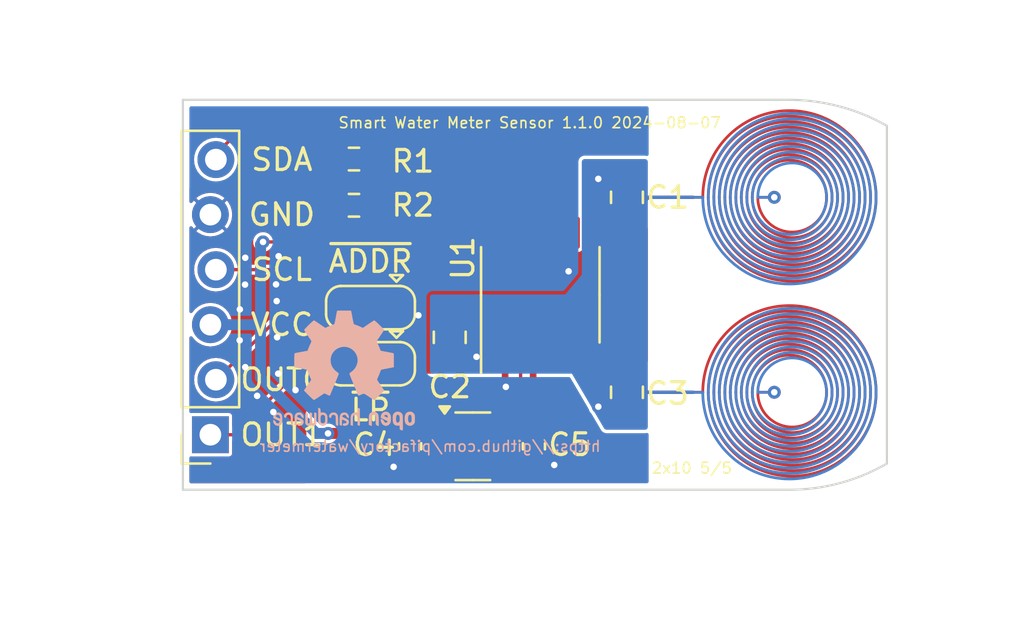
<source format=kicad_pcb>
(kicad_pcb (version 20240108) (generator "pcbnew") (generator_version "8.0")
  (title_block (title "${BOARD_NAME}") (date "${MOD_DATE}") (rev "${VERSION}"))
  (layers (0 "F.Cu" signal) (31 "B.Cu" signal) (34 "B.Paste" user) (35 "F.Paste" user) (36 "B.SilkS" user "B.Silkscreen") (37 "F.SilkS" user "F.Silkscreen") (38 "B.Mask" user) (39 "F.Mask" user) (44 "Edge.Cuts" user))
  (property "BOARD_NAME" "Smart Water Meter Sensor")
  (property "MOD_DATE" "2024-08-07")
  (property "VERSION" "1.1.0")
  (net 0 "")
  (net 1 "VCC")
  (net 2 "GND")
  (net 3 "/IN0")
  (net 4 "/COM")
  (net 5 "/IN1")
  (net 6 "+1V8")
  (net 7 "/OUT1")
  (net 8 "/OUT0")
  (net 9 "/SCL")
  (net 10 "/SDA")
  (net 11 "/LPWRB")
  (net 12 "/ADDR")
  (footprint "Capacitor_SMD:C_0805_2012Metric" (layer "F.Cu") (at 112.3188 92.964 90)
    (property "Reference" "C2" (at -2.286 0 180) (layer "F.SilkS"))
    (property "Value" "10nF")
    (pad "1" smd roundrect (at -0.95 0 90) (size 1 1.45) (layers "F.Cu" "F.Paste" "F.Mask") (net 4 "/COM"))
    (pad "2" smd roundrect (at 0.95 0 90) (size 1 1.45) (layers "F.Cu" "F.Paste" "F.Mask") (net 2 "GND"))
  )
  (footprint "Capacitor_SMD:C_0805_2012Metric" (layer "F.Cu") (at 120.5 95.5 -90)
    (property "Reference" "C3" (at 0.0548 -1.8772 180) (layer "F.SilkS"))
    (property "Value" "1nF")
    (pad "1" smd roundrect (at -0.95 0 270) (size 1 1.45) (layers "F.Cu" "F.Paste" "F.Mask") (net 5 "/IN1"))
    (pad "2" smd roundrect (at 0.95 0 270) (size 1 1.45) (layers "F.Cu" "F.Paste" "F.Mask") (net 4 "/COM"))
  )
  (footprint "Resistor_SMD:R_0603_1608Metric" (layer "F.Cu") (at 107.8992 86.868)
    (property "Reference" "R2" (at 2.7178 0 0) (layer "F.SilkS"))
    (property "Value" "30k")
    (pad "1" smd roundrect (at -0.825 0) (size 0.8 0.95) (layers "F.Cu" "F.Paste" "F.Mask") (net 1 "VCC"))
    (pad "2" smd roundrect (at 0.825 0) (size 0.8 0.95) (layers "F.Cu" "F.Paste" "F.Mask") (net 9 "/SCL"))
  )
  (footprint "Jumper:SolderJumper-3_P1.3mm_Bridged12_RoundedPad1.0x1.5mm" (layer "F.Cu") (at 108.6612 94.1832 180)
    (property "Reference" "JP2")
    (property "Value" "~{LP}" (at 0 -2.1336 0) (layer "F.SilkS"))
    (fp_poly (pts (xy -0.9 -0.3) (xy -0.4 -0.3) (xy -0.4 0.3) (xy -0.9 0.3)) (fill solid) (layer "F.Cu"))
    (pad "1" smd custom (at -1.3 0 180) (size 1 0.5) (layers "F.Cu" "F.Mask") (net 2 "GND") (options (clearance outline) (anchor rect)) (primitives (gr_circle (center 0 0.25) (end 0.5 0.25) (width 0) (fill yes)) (gr_circle (center 0 -0.25) (end 0.5 -0.25) (width 0) (fill yes)) (gr_poly (pts (xy 0.55 0.75) (xy 0 0.75) (xy 0 -0.75) (xy 0.55 -0.75)) (width 0) (fill yes))))
    (pad "2" smd rect (at 0 0 180) (size 1 1.5) (layers "F.Cu" "F.Mask") (net 11 "/LPWRB"))
    (pad "3" smd custom (at 1.3 0 180) (size 1 0.5) (layers "F.Cu" "F.Mask") (net 6 "+1V8") (options (clearance outline) (anchor rect)) (primitives (gr_circle (center 0 0.25) (end 0.5 0.25) (width 0) (fill yes)) (gr_circle (center 0 -0.25) (end 0.5 -0.25) (width 0) (fill yes)) (gr_poly (pts (xy 0 0.75) (xy -0.55 0.75) (xy -0.55 -0.75) (xy 0 -0.75)) (width 0) (fill yes))))
  )
  (footprint "Package_TO_SOT_SMD:TSOT-23-5" (layer "F.Cu") (at 113.3856 97.9932)
    (property "Reference" "U2" (hide yes))
    (property "Value" "AP7354-18W5" (hide yes))
    (pad "1" smd roundrect (at -1.1375 -0.95) (size 1.325 0.6) (layers "F.Cu" "F.Paste" "F.Mask") (net 1 "VCC"))
    (pad "2" smd roundrect (at -1.1375 0) (size 1.325 0.6) (layers "F.Cu" "F.Paste" "F.Mask") (net 2 "GND"))
    (pad "3" smd roundrect (at -1.1375 0.95) (size 1.325 0.6) (layers "F.Cu" "F.Paste" "F.Mask") (net 1 "VCC"))
    (pad "4" smd roundrect (at 1.1375 0.95) (size 1.325 0.6) (layers "F.Cu" "F.Paste" "F.Mask"))
    (pad "5" smd roundrect (at 1.1375 -0.95) (size 1.325 0.6) (layers "F.Cu" "F.Paste" "F.Mask") (net 6 "+1V8"))
  )
  (footprint "pcb_coils:pcb_coil_8mm_2Lx10T_5-5" (layer "F.Cu") (at 128 86.5)
    (property "Reference" "PXI1" (hide yes))
    (property "Value" "PCB coil")
    (fp_line (start -1.46 0) (end -0.7 0) (stroke (width 0.127)) (layer "F.Cu"))
    (fp_arc (start -4 0) (mid 0 -4) (end 4 0) (stroke (width 0.127)) (layer "F.Cu"))
    (fp_arc (start -3.746 0) (mid 0 -3.746) (end 3.746 0) (stroke (width 0.127)) (layer "F.Cu"))
    (fp_arc (start -3.492 0) (mid 0 -3.492) (end 3.492 0) (stroke (width 0.127)) (layer "F.Cu"))
    (fp_arc (start -3.238 0) (mid 0 -3.238) (end 3.238 0) (stroke (width 0.127)) (layer "F.Cu"))
    (fp_arc (start -2.984 0) (mid 0 -2.984) (end 2.984 0) (stroke (width 0.127)) (layer "F.Cu"))
    (fp_arc (start -2.73 0) (mid 0 -2.73) (end 2.73 0) (stroke (width 0.127)) (layer "F.Cu"))
    (fp_arc (start -2.476 0) (mid 0 -2.476) (end 2.476 0) (stroke (width 0.127)) (layer "F.Cu"))
    (fp_arc (start -2.222 0) (mid 0 -2.222) (end 2.222 0) (stroke (width 0.127)) (layer "F.Cu"))
    (fp_arc (start -1.968 0) (mid 0 -1.968) (end 1.968 0) (stroke (width 0.127)) (layer "F.Cu"))
    (fp_arc (start -1.714 0) (mid 0 -1.714) (end 1.714 0) (stroke (width 0.127)) (layer "F.Cu"))
    (fp_arc (start 1.714 0) (mid 0.127 1.607456) (end -1.46 0) (stroke (width 0.127)) (layer "F.Cu"))
    (fp_arc (start 1.968 0) (mid 0.127 1.858605) (end -1.714 0) (stroke (width 0.127)) (layer "F.Cu"))
    (fp_arc (start 2.222 0) (mid 0.127 2.110455) (end -1.968 0) (stroke (width 0.127)) (layer "F.Cu"))
    (fp_arc (start 2.476 0) (mid 0.127 2.362773) (end -2.222 0) (stroke (width 0.127)) (layer "F.Cu"))
    (fp_arc (start 2.73 0) (mid 0.127 2.615423) (end -2.476 0) (stroke (width 0.127)) (layer "F.Cu"))
    (fp_arc (start 2.984 0) (mid 0.127 2.868313) (end -2.73 0) (stroke (width 0.127)) (layer "F.Cu"))
    (fp_arc (start 3.238 0) (mid 0.127 3.121386) (end -2.984 0) (stroke (width 0.127)) (layer "F.Cu"))
    (fp_arc (start 3.492 0) (mid 0.127 3.3746) (end -3.238 0) (stroke (width 0.127)) (layer "F.Cu"))
    (fp_arc (start 3.746 0) (mid 0.127 3.627925) (end -3.492 0) (stroke (width 0.127)) (layer "F.Cu"))
    (fp_arc (start 4 0) (mid 0.127 3.881338) (end -3.746 0) (stroke (width 0.127)) (layer "F.Cu"))
    (fp_line (start -1.46 0) (end -0.7 0) (stroke (width 0.127)) (layer "B.Cu"))
    (fp_arc (start -3.746 0) (mid 0.127 -3.873) (end 4 0) (stroke (width 0.127)) (layer "B.Cu"))
    (fp_arc (start -3.492 0) (mid 0.127 -3.619) (end 3.746 0) (stroke (width 0.127)) (layer "B.Cu"))
    (fp_arc (start -3.238 0) (mid 0.127 -3.365) (end 3.492 0) (stroke (width 0.127)) (layer "B.Cu"))
    (fp_arc (start -2.984 0) (mid 0.127 -3.111) (end 3.238 0) (stroke (width 0.127)) (layer "B.Cu"))
    (fp_arc (start -2.73 0) (mid 0.127 -2.857) (end 2.984 0) (stroke (width 0.127)) (layer "B.Cu"))
    (fp_arc (start -2.476 0) (mid 0.127 -2.603) (end 2.73 0) (stroke (width 0.127)) (layer "B.Cu"))
    (fp_arc (start -2.222 0) (mid 0.127 -2.349) (end 2.476 0) (stroke (width 0.127)) (layer "B.Cu"))
    (fp_arc (start -1.968 0) (mid 0.127 -2.095) (end 2.222 0) (stroke (width 0.127)) (layer "B.Cu"))
    (fp_arc (start -1.714 0) (mid 0.127 -1.841) (end 1.968 0) (stroke (width 0.127)) (layer "B.Cu"))
    (fp_arc (start -1.46 0) (mid 0.127 -1.587) (end 1.714 0) (stroke (width 0.127)) (layer "B.Cu"))
    (fp_arc (start 1.714 0) (mid 0 1.714) (end -1.714 0) (stroke (width 0.127)) (layer "B.Cu"))
    (fp_arc (start 1.968 0) (mid 0 1.968) (end -1.968 0) (stroke (width 0.127)) (layer "B.Cu"))
    (fp_arc (start 2.222 0) (mid 0 2.222) (end -2.222 0) (stroke (width 0.127)) (layer "B.Cu"))
    (fp_arc (start 2.476 0) (mid 0 2.476) (end -2.476 0) (stroke (width 0.127)) (layer "B.Cu"))
    (fp_arc (start 2.73 0) (mid 0 2.73) (end -2.73 0) (stroke (width 0.127)) (layer "B.Cu"))
    (fp_arc (start 2.984 0) (mid 0 2.984) (end -2.984 0) (stroke (width 0.127)) (layer "B.Cu"))
    (fp_arc (start 3.238 0) (mid 0 3.238) (end -3.238 0) (stroke (width 0.127)) (layer "B.Cu"))
    (fp_arc (start 3.492 0) (mid 0 3.492) (end -3.492 0) (stroke (width 0.127)) (layer "B.Cu"))
    (fp_arc (start 3.746 0) (mid 0 3.746) (end -3.746 0) (stroke (width 0.127)) (layer "B.Cu"))
    (fp_arc (start 4 0) (mid 0 4) (end -4 0) (stroke (width 0.127)) (layer "B.Cu"))
    (pad "1" smd roundrect (at -4.4365 0) (size 1 0.127) (layers "B.Cu") (roundrect_rratio 0.5) (net 4 "/COM"))
    (pad "2" smd roundrect (at -4.4365 0) (size 1 0.127) (layers "F.Cu") (roundrect_rratio 0.5) (net 3 "/IN0"))
    (pad "3" thru_hole circle (at -0.7 0) (size 0.6 0.6) (drill 0.3) (layers "*.Cu" "*.Mask"))
    (zone (net 0) (net_name "") (layers "*.Cu") (name "MagneticField") (connect_pads (clearance 0)) (min_thickness 0.254)
      (keepout (tracks allowed) (vias allowed) (pads allowed) (copperpour not_allowed) (footprints not_allowed))
      (fill (thermal_gap 0.508) (thermal_bridge_width 0.508))
      (polygon (pts (xy 134.4 87.0037) (xy 134.2424 87.9987) (xy 133.9311 88.9567) (xy 133.4738 89.8543) (xy 132.8816 90.6693) (xy 132.1693 91.3816) (xy 131.3543 91.9738) (xy 130.4567 92.4311) (xy 129.4987 92.7424) (xy 128.5037 92.9) (xy 127.4963 92.9) (xy 126.5013 92.7424) (xy 125.5433 92.4311) (xy 124.6457 91.9738) (xy 123.8307 91.3816) (xy 123.1184 90.6693) (xy 122.5262 89.8543) (xy 122.0689 88.9567) (xy 121.7576 87.9987) (xy 121.6 87.0037) (xy 121.6 85.9963) (xy 121.7576 85.0013) (xy 122.0689 84.0433) (xy 122.5262 83.1457) (xy 123.1184 82.3307) (xy 123.8307 81.6184) (xy 124.6457 81.0262) (xy 125.5433 80.5689) (xy 126.5013 80.2576) (xy 127.4963 80.1) (xy 128.5037 80.1) (xy 129.4987 80.2576) (xy 130.4567 80.5689) (xy 131.3543 81.0262) (xy 132.1693 81.6184) (xy 132.8816 82.3307) (xy 133.4738 83.1457) (xy 133.9311 84.0433) (xy 134.2424 85.0013) (xy 134.4 85.9963)))
    )
  )
  (footprint "pcb_coils:pcb_coil_8mm_2Lx10T_5-5" (layer "F.Cu") (at 128 95.5)
    (property "Reference" "PXI2" (hide yes))
    (property "Value" "PCB coil")
    (fp_line (start -1.46 0) (end -0.7 0) (stroke (width 0.127)) (layer "F.Cu"))
    (fp_arc (start -4 0) (mid 0 -4) (end 4 0) (stroke (width 0.127)) (layer "F.Cu"))
    (fp_arc (start -3.746 0) (mid 0 -3.746) (end 3.746 0) (stroke (width 0.127)) (layer "F.Cu"))
    (fp_arc (start -3.492 0) (mid 0 -3.492) (end 3.492 0) (stroke (width 0.127)) (layer "F.Cu"))
    (fp_arc (start -3.238 0) (mid 0 -3.238) (end 3.238 0) (stroke (width 0.127)) (layer "F.Cu"))
    (fp_arc (start -2.984 0) (mid 0 -2.984) (end 2.984 0) (stroke (width 0.127)) (layer "F.Cu"))
    (fp_arc (start -2.73 0) (mid 0 -2.73) (end 2.73 0) (stroke (width 0.127)) (layer "F.Cu"))
    (fp_arc (start -2.476 0) (mid 0 -2.476) (end 2.476 0) (stroke (width 0.127)) (layer "F.Cu"))
    (fp_arc (start -2.222 0) (mid 0 -2.222) (end 2.222 0) (stroke (width 0.127)) (layer "F.Cu"))
    (fp_arc (start -1.968 0) (mid 0 -1.968) (end 1.968 0) (stroke (width 0.127)) (layer "F.Cu"))
    (fp_arc (start -1.714 0) (mid 0 -1.714) (end 1.714 0) (stroke (width 0.127)) (layer "F.Cu"))
    (fp_arc (start 1.714 0) (mid 0.127 1.607456) (end -1.46 0) (stroke (width 0.127)) (layer "F.Cu"))
    (fp_arc (start 1.968 0) (mid 0.127 1.858605) (end -1.714 0) (stroke (width 0.127)) (layer "F.Cu"))
    (fp_arc (start 2.222 0) (mid 0.127 2.110455) (end -1.968 0) (stroke (width 0.127)) (layer "F.Cu"))
    (fp_arc (start 2.476 0) (mid 0.127 2.362773) (end -2.222 0) (stroke (width 0.127)) (layer "F.Cu"))
    (fp_arc (start 2.73 0) (mid 0.127 2.615423) (end -2.476 0) (stroke (width 0.127)) (layer "F.Cu"))
    (fp_arc (start 2.984 0) (mid 0.127 2.868313) (end -2.73 0) (stroke (width 0.127)) (layer "F.Cu"))
    (fp_arc (start 3.238 0) (mid 0.127 3.121386) (end -2.984 0) (stroke (width 0.127)) (layer "F.Cu"))
    (fp_arc (start 3.492 0) (mid 0.127 3.3746) (end -3.238 0) (stroke (width 0.127)) (layer "F.Cu"))
    (fp_arc (start 3.746 0) (mid 0.127 3.627925) (end -3.492 0) (stroke (width 0.127)) (layer "F.Cu"))
    (fp_arc (start 4 0) (mid 0.127 3.881338) (end -3.746 0) (stroke (width 0.127)) (layer "F.Cu"))
    (fp_line (start -1.46 0) (end -0.7 0) (stroke (width 0.127)) (layer "B.Cu"))
    (fp_arc (start -3.746 0) (mid 0.127 -3.873) (end 4 0) (stroke (width 0.127)) (layer "B.Cu"))
    (fp_arc (start -3.492 0) (mid 0.127 -3.619) (end 3.746 0) (stroke (width 0.127)) (layer "B.Cu"))
    (fp_arc (start -3.238 0) (mid 0.127 -3.365) (end 3.492 0) (stroke (width 0.127)) (layer "B.Cu"))
    (fp_arc (start -2.984 0) (mid 0.127 -3.111) (end 3.238 0) (stroke (width 0.127)) (layer "B.Cu"))
    (fp_arc (start -2.73 0) (mid 0.127 -2.857) (end 2.984 0) (stroke (width 0.127)) (layer "B.Cu"))
    (fp_arc (start -2.476 0) (mid 0.127 -2.603) (end 2.73 0) (stroke (width 0.127)) (layer "B.Cu"))
    (fp_arc (start -2.222 0) (mid 0.127 -2.349) (end 2.476 0) (stroke (width 0.127)) (layer "B.Cu"))
    (fp_arc (start -1.968 0) (mid 0.127 -2.095) (end 2.222 0) (stroke (width 0.127)) (layer "B.Cu"))
    (fp_arc (start -1.714 0) (mid 0.127 -1.841) (end 1.968 0) (stroke (width 0.127)) (layer "B.Cu"))
    (fp_arc (start -1.46 0) (mid 0.127 -1.587) (end 1.714 0) (stroke (width 0.127)) (layer "B.Cu"))
    (fp_arc (start 1.714 0) (mid 0 1.714) (end -1.714 0) (stroke (width 0.127)) (layer "B.Cu"))
    (fp_arc (start 1.968 0) (mid 0 1.968) (end -1.968 0) (stroke (width 0.127)) (layer "B.Cu"))
    (fp_arc (start 2.222 0) (mid 0 2.222) (end -2.222 0) (stroke (width 0.127)) (layer "B.Cu"))
    (fp_arc (start 2.476 0) (mid 0 2.476) (end -2.476 0) (stroke (width 0.127)) (layer "B.Cu"))
    (fp_arc (start 2.73 0) (mid 0 2.73) (end -2.73 0) (stroke (width 0.127)) (layer "B.Cu"))
    (fp_arc (start 2.984 0) (mid 0 2.984) (end -2.984 0) (stroke (width 0.127)) (layer "B.Cu"))
    (fp_arc (start 3.238 0) (mid 0 3.238) (end -3.238 0) (stroke (width 0.127)) (layer "B.Cu"))
    (fp_arc (start 3.492 0) (mid 0 3.492) (end -3.492 0) (stroke (width 0.127)) (layer "B.Cu"))
    (fp_arc (start 3.746 0) (mid 0 3.746) (end -3.746 0) (stroke (width 0.127)) (layer "B.Cu"))
    (fp_arc (start 4 0) (mid 0 4) (end -4 0) (stroke (width 0.127)) (layer "B.Cu"))
    (pad "1" smd roundrect (at -4.4365 0) (size 1 0.127) (layers "B.Cu") (roundrect_rratio 0.5) (net 4 "/COM"))
    (pad "2" smd roundrect (at -4.4365 0) (size 1 0.127) (layers "F.Cu") (roundrect_rratio 0.5) (net 5 "/IN1"))
    (pad "3" thru_hole circle (at -0.7 0) (size 0.6 0.6) (drill 0.3) (layers "*.Cu" "*.Mask"))
    (zone (net 0) (net_name "") (layers "*.Cu") (name "MagneticField") (connect_pads (clearance 0)) (min_thickness 0.254)
      (keepout (tracks allowed) (vias allowed) (pads allowed) (copperpour not_allowed) (footprints not_allowed))
      (fill (thermal_gap 0.508) (thermal_bridge_width 0.508))
      (polygon (pts (xy 134.4 96.0037) (xy 134.2424 96.9987) (xy 133.9311 97.9567) (xy 133.4738 98.8543) (xy 132.8816 99.6693) (xy 132.1693 100.3816) (xy 131.3543 100.9738) (xy 130.4567 101.4311) (xy 129.4987 101.7424) (xy 128.5037 101.9) (xy 127.4963 101.9) (xy 126.5013 101.7424) (xy 125.5433 101.4311) (xy 124.6457 100.9738) (xy 123.8307 100.3816) (xy 123.1184 99.6693) (xy 122.5262 98.8543) (xy 122.0689 97.9567) (xy 121.7576 96.9987) (xy 121.6 96.0037) (xy 121.6 94.9963) (xy 121.7576 94.0013) (xy 122.0689 93.0433) (xy 122.5262 92.1457) (xy 123.1184 91.3307) (xy 123.8307 90.6184) (xy 124.6457 90.0262) (xy 125.5433 89.5689) (xy 126.5013 89.2576) (xy 127.4963 89.1) (xy 128.5037 89.1) (xy 129.4987 89.2576) (xy 130.4567 89.5689) (xy 131.3543 90.0262) (xy 132.1693 90.6184) (xy 132.8816 91.3307) (xy 133.4738 92.1457) (xy 133.9311 93.0433) (xy 134.2424 94.0013) (xy 134.4 94.9963)))
    )
  )
  (footprint "Capacitor_SMD:C_0603_1608Metric" (layer "F.Cu") (at 110.49 97.9932 -90)
    (property "Reference" "C4" (at -0.0762 1.651 0) (layer "F.SilkS"))
    (property "Value" "1uF")
    (pad "1" smd roundrect (at -0.775 0 270) (size 0.9 0.95) (layers "F.Cu" "F.Paste" "F.Mask") (net 1 "VCC"))
    (pad "2" smd roundrect (at 0.775 0 270) (size 0.9 0.95) (layers "F.Cu" "F.Paste" "F.Mask") (net 2 "GND"))
  )
  (footprint "Capacitor_SMD:C_0603_1608Metric" (layer "F.Cu") (at 116.205 97.9932 -90)
    (property "Reference" "C5" (at -0.0762 -1.651 0) (layer "F.SilkS"))
    (property "Value" "1uF")
    (pad "1" smd roundrect (at -0.775 0 270) (size 0.9 0.95) (layers "F.Cu" "F.Paste" "F.Mask") (net 6 "+1V8"))
    (pad "2" smd roundrect (at 0.775 0 270) (size 0.9 0.95) (layers "F.Cu" "F.Paste" "F.Mask") (net 2 "GND"))
  )
  (footprint "Package_SO:TSSOP-16_4.4x5mm_P0.65mm" (layer "F.Cu") (at 116.5 91 90)
    (property "Reference" "U1" (at 1.6936 -3.5716 90) (layer "F.SilkS"))
    (property "Value" "LDC2112")
    (pad "1" smd roundrect (at -2.8625 -2.275 90) (size 1.475 0.4) (layers "F.Cu" "F.Paste" "F.Mask") (net 4 "/COM"))
    (pad "2" smd roundrect (at -2.8625 -1.625 90) (size 1.475 0.4) (layers "F.Cu" "F.Paste" "F.Mask") (net 2 "GND"))
    (pad "3" smd roundrect (at -2.8625 -0.975 90) (size 1.475 0.4) (layers "F.Cu" "F.Paste" "F.Mask") (net 11 "/LPWRB"))
    (pad "4" smd roundrect (at -2.8625 -0.325 90) (size 1.475 0.4) (layers "F.Cu" "F.Paste" "F.Mask") (net 6 "+1V8"))
    (pad "5" smd roundrect (at -2.8625 0.325 90) (size 1.475 0.4) (layers "F.Cu" "F.Paste" "F.Mask"))
    (pad "6" smd roundrect (at -2.8625 0.975 90) (size 1.475 0.4) (layers "F.Cu" "F.Paste" "F.Mask"))
    (pad "7" smd roundrect (at -2.8625 1.625 90) (size 1.475 0.4) (layers "F.Cu" "F.Paste" "F.Mask"))
    (pad "8" smd roundrect (at -2.8625 2.275 90) (size 1.475 0.4) (layers "F.Cu" "F.Paste" "F.Mask") (net 5 "/IN1"))
    (pad "9" smd roundrect (at 2.8625 2.275 90) (size 1.475 0.4) (layers "F.Cu" "F.Paste" "F.Mask") (net 3 "/IN0"))
    (pad "10" smd roundrect (at 2.8625 1.625 90) (size 1.475 0.4) (layers "F.Cu" "F.Paste" "F.Mask") (net 2 "GND"))
    (pad "11" smd roundrect (at 2.8625 0.975 90) (size 1.475 0.4) (layers "F.Cu" "F.Paste" "F.Mask") (net 12 "/ADDR"))
    (pad "12" smd roundrect (at 2.8625 0.325 90) (size 1.475 0.4) (layers "F.Cu" "F.Paste" "F.Mask"))
    (pad "13" smd roundrect (at 2.8625 -0.325 90) (size 1.475 0.4) (layers "F.Cu" "F.Paste" "F.Mask") (net 7 "/OUT1"))
    (pad "14" smd roundrect (at 2.8625 -0.975 90) (size 1.475 0.4) (layers "F.Cu" "F.Paste" "F.Mask") (net 10 "/SDA"))
    (pad "15" smd roundrect (at 2.8625 -1.625 90) (size 1.475 0.4) (layers "F.Cu" "F.Paste" "F.Mask") (net 8 "/OUT0"))
    (pad "16" smd roundrect (at 2.8625 -2.275 90) (size 1.475 0.4) (layers "F.Cu" "F.Paste" "F.Mask") (net 9 "/SCL"))
  )
  (footprint "Resistor_SMD:R_0603_1608Metric" (layer "F.Cu") (at 107.8992 84.7344)
    (property "Reference" "R1" (at 2.7178 0.1016 0) (layer "F.SilkS"))
    (property "Value" "30k")
    (pad "1" smd roundrect (at -0.825 0) (size 0.8 0.95) (layers "F.Cu" "F.Paste" "F.Mask") (net 1 "VCC"))
    (pad "2" smd roundrect (at 0.825 0) (size 0.8 0.95) (layers "F.Cu" "F.Paste" "F.Mask") (net 10 "/SDA"))
  )
  (footprint "Jumper:SolderJumper-3_P1.3mm_Bridged12_RoundedPad1.0x1.5mm" (layer "F.Cu") (at 108.6612 91.5924 180)
    (property "Reference" "JP1")
    (property "Value" "~{ADDR}" (at 0 2.1336 0) (layer "F.SilkS"))
    (fp_poly (pts (xy -0.9 -0.3) (xy -0.4 -0.3) (xy -0.4 0.3) (xy -0.9 0.3)) (fill solid) (layer "F.Cu"))
    (pad "1" smd custom (at -1.3 0 180) (size 1 0.5) (layers "F.Cu" "F.Mask") (net 2 "GND") (options (clearance outline) (anchor rect)) (primitives (gr_circle (center 0 0.25) (end 0.5 0.25) (width 0) (fill yes)) (gr_circle (center 0 -0.25) (end 0.5 -0.25) (width 0) (fill yes)) (gr_poly (pts (xy 0.55 0.75) (xy 0 0.75) (xy 0 -0.75) (xy 0.55 -0.75)) (width 0) (fill yes))))
    (pad "2" smd rect (at 0 0 180) (size 1 1.5) (layers "F.Cu" "F.Mask") (net 12 "/ADDR"))
    (pad "3" smd custom (at 1.3 0 180) (size 1 0.5) (layers "F.Cu" "F.Mask") (net 6 "+1V8") (options (clearance outline) (anchor rect)) (primitives (gr_circle (center 0 0.25) (end 0.5 0.25) (width 0) (fill yes)) (gr_circle (center 0 -0.25) (end 0.5 -0.25) (width 0) (fill yes)) (gr_poly (pts (xy 0 0.75) (xy -0.55 0.75) (xy -0.55 -0.75) (xy 0 -0.75)) (width 0) (fill yes))))
  )
  (footprint "Connector_PinSocket_2.54mm:PinSocket_1x06_P2.54mm_Vertical" (layer "F.Cu") (at 101.27 97.46 180)
    (property "Reference" "J1" (hide yes))
    (property "Value" "Conn_01x06" (hide yes))
    (pad "1" thru_hole rect (at 0 0 180) (size 1.7 1.7) (drill 1) (layers "*.Cu" "*.Mask") (net 7 "/OUT1"))
    (pad "2" thru_hole circle (at -0.254 2.54 180) (size 1.7 1.7) (drill 1) (layers "*.Cu" "*.Mask") (net 8 "/OUT0"))
    (pad "3" thru_hole circle (at 0 5.08 180) (size 1.7 1.7) (drill 1) (layers "*.Cu" "*.Mask") (net 1 "VCC"))
    (pad "4" thru_hole circle (at -0.254 7.62 180) (size 1.7 1.7) (drill 1) (layers "*.Cu" "*.Mask") (net 9 "/SCL"))
    (pad "5" thru_hole circle (at 0 10.16 180) (size 1.7 1.7) (drill 1) (layers "*.Cu" "*.Mask") (net 2 "GND"))
    (pad "6" thru_hole circle (at -0.254 12.7 180) (size 1.7 1.7) (drill 1) (layers "*.Cu" "*.Mask") (net 10 "/SDA"))
  )
  (footprint "Capacitor_SMD:C_0805_2012Metric" (layer "F.Cu") (at 120.5 86.5 90)
    (property "Reference" "C1" (at 0 1.8772 180) (layer "F.SilkS"))
    (property "Value" "1nF")
    (pad "1" smd roundrect (at -0.95 0 90) (size 1 1.45) (layers "F.Cu" "F.Paste" "F.Mask") (net 3 "/IN0"))
    (pad "2" smd roundrect (at 0.95 0 90) (size 1 1.45) (layers "F.Cu" "F.Paste" "F.Mask") (net 4 "/COM"))
  )
  (footprint "Symbol:OSHW-Logo2_7.3x6mm_SilkScreen" (layer "B.Cu") (at 107.442 94.488 180)
    (property "Reference" "REF**" (hide yes))
    (property "Value" "OSHW-Logo2_7.3x6mm_SilkScreen" (hide yes))
  )
  (gr_line (start 132.5 83.2) (end 132.5 98.79) (stroke (width 0.1)) (layer "Edge.Cuts"))
  (gr_line (start 100 100) (end 100 82) (stroke (width 0.1)) (layer "Edge.Cuts"))
  (gr_arc (start 132.5 98.79) (mid 130.329751 99.691594) (end 128 100) (stroke (width 0.1)) (layer "Edge.Cuts"))
  (gr_line (start 100 100) (end 128 100) (stroke (width 0.1)) (layer "Edge.Cuts"))
  (gr_arc (start 128 82) (mid 130.327394 82.309772) (end 132.5 83.2) (stroke (width 0.1)) (layer "Edge.Cuts"))
  (gr_line (start 100 82) (end 128 82) (stroke (width 0.1)) (layer "Edge.Cuts"))
  (gr_text "https://github.com/pifactory/watermeter" (at 119.3292 97.9932 0) (layer "B.SilkS") (effects (font (size 0.5 0.5) (thickness 0.075)) (justify left mirror)))
  (gr_text "GND" (at 104.572 87.3 0) (layer "F.SilkS") (effects (font (size 1 1))))
  (gr_text "SDA" (at 104.572 84.76 0) (layer "F.SilkS") (effects (font (size 1 1))))
  (gr_text "SCL" (at 104.572 89.84 0) (layer "F.SilkS") (effects (font (size 1 1))))
  (gr_text "2x10 5/5" (at 123.5 99 0) (layer "F.SilkS") (effects (font (size 0.5 0.5) (thickness 0.075))))
  (gr_text "${BOARD_NAME} ${VERSION} ${MOD_DATE}" (at 107.1372 83.058 0) (layer "F.SilkS") (effects (font (size 0.5 0.5) (thickness 0.075)) (justify left)))
  (gr_text "VCC\n" (at 104.572 92.38 0) (layer "F.SilkS") (effects (font (size 1 1))))
  (gr_text "OUT1" (at 104.572 97.46 0) (layer "F.SilkS") (effects (font (size 1 1))))
  (gr_text "OUT0" (at 104.572 94.92 0) (layer "F.SilkS") (effects (font (size 1 1))))
  (segment (start 110.6424 97.1307) (end 112.1606 97.1307) (width 0.508) (layer "F.Cu") (net 1))
  (segment (start 104.333137 88.56) (end 106.025137 86.868) (width 0.1524) (layer "F.Cu") (net 1))
  (segment (start 113.317 98.519) (end 112.8928 98.9432) (width 0.508) (layer "F.Cu") (net 1))
  (segment (start 112.1606 97.1307) (end 112.2481 97.0432) (width 0.508) (layer "F.Cu") (net 1))
  (segment (start 106.7 97.4) (end 110.2856 97.4) (width 0.508) (layer "F.Cu") (net 1))
  (segment (start 106.9867 86.868) (end 106.9867 84.7344) (width 0.3048) (layer "F.Cu") (net 1))
  (segment (start 113.317 97.449601) (end 113.317 98.519) (width 0.508) (layer "F.Cu") (net 1))
  (segment (start 103.7 88.56) (end 104.333137 88.56) (width 0.1524) (layer "F.Cu") (net 1))
  (segment (start 112.8928 98.9432) (end 112.2481 98.9432) (width 0.508) (layer "F.Cu") (net 1))
  (segment (start 112.910599 97.0432) (end 113.317 97.449601) (width 0.508) (layer "F.Cu") (net 1))
  (segment (start 112.2481 97.0432) (end 112.910599 97.0432) (width 0.508) (layer "F.Cu") (net 1))
  (segment (start 106.025137 86.868) (end 106.9867 86.868) (width 0.1524) (layer "F.Cu") (net 1))
  (via (at 106.7 97.4) (size 0.6) (drill 0.3) (layers "F.Cu" "B.Cu") (net 1))
  (via (at 103.7 88.56) (size 0.6) (drill 0.3) (layers "F.Cu" "B.Cu") (net 1))
  (segment (start 103.585911 88.674089) (end 103.585911 92.224089) (width 0.508) (layer "B.Cu") (net 1))
  (segment (start 103.585911 94.824221) (end 103.585911 92.224089) (width 0.508) (layer "B.Cu") (net 1))
  (segment (start 101.27 92.38) (end 103.43 92.38) (width 0.508) (layer "B.Cu") (net 1))
  (segment (start 103.43 92.38) (end 103.585911 92.224089) (width 0.508) (layer "B.Cu") (net 1))
  (segment (start 106.7 97.4) (end 106.16169 97.4) (width 0.508) (layer "B.Cu") (net 1))
  (segment (start 103.7 88.56) (end 103.585911 88.674089) (width 0.508) (layer "B.Cu") (net 1))
  (segment (start 106.16169 97.4) (end 103.585911 94.824221) (width 0.508) (layer "B.Cu") (net 1))
  (segment (start 117.1437 98.8557) (end 116.1288 98.8557) (width 0.508) (layer "F.Cu") (net 2))
  (segment (start 110.6424 98.8557) (end 111.5049 97.9932) (width 0.508) (layer "F.Cu") (net 2))
  (segment (start 109.728 98.9432) (end 110.5549 98.9432) (width 0.508) (layer "F.Cu") (net 2))
  (segment (start 114.875 95.2154) (end 114.9096 95.25) (width 0.3048) (layer "F.Cu") (net 2))
  (segment (start 114.875 93.8625) (end 114.875 95.2154) (width 0.3048) (layer "F.Cu") (net 2))
  (segment (start 110.5549 98.9432) (end 110.6424 98.8557) (width 0.508) (layer "F.Cu") (net 2))
  (segment (start 111.5049 97.9932) (end 112.2481 97.9932) (width 0.508) (layer "F.Cu") (net 2))
  (via (at 104.33 91.29) (size 0.6) (drill 0.3) (layers "F.Cu" "B.Cu") (net 2))
  (via (at 104.3 90.52) (size 0.6) (drill 0.3) (layers "F.Cu" "B.Cu") (net 2))
  (via (at 102.87 90.53) (size 0.6) (drill 0.3) (layers "F.Cu" "B.Cu") (net 2))
  (via (at 104.175122 96.411726) (size 0.6) (drill 0.3) (layers "F.Cu" "B.Cu") (net 2))
  (via (at 103.428274 95.664878) (size 0.6) (drill 0.3) (layers "F.Cu" "B.Cu") (net 2))
  (via (at 102.63 91.6741) (size 0.6) (drill 0.3) (layers "F.Cu" "B.Cu") (net 2))
  (via (at 104.4 94.64) (size 0.6) (drill 0.3) (layers "F.Cu" "B.Cu") (net 2))
  (via (at 110.871 91.948) (size 0.6) (drill 0.3) (layers "F.Cu" "B.Cu") (net 2))
  (via (at 104.42 89.22) (size 0.6) (drill 0.3) (layers "F.Cu" "B.Cu") (net 2))
  (via (at 117.8052 89.916) (size 0.6) (drill 0.3) (layers "F.Cu" "B.Cu") (net 2))
  (via (at 117.1437 98.8557) (size 0.6) (drill 0.3) (layers "F.Cu" "B.Cu") (net 2))
  (via (at 109.728 98.9432) (size 0.6) (drill 0.3) (layers "F.Cu" "B.Cu") (net 2))
  (via (at 102.88 89.29) (size 0.6) (drill 0.3) (layers "F.Cu" "B.Cu") (net 2))
  (via (at 105.2 95.4) (size 0.6) (drill 0.3) (layers "F.Cu" "B.Cu") (net 2))
  (via (at 114.9096 95.25) (size 0.6) (drill 0.3) (layers "F.Cu" "B.Cu") (net 2))
  (via (at 104.35 92.96) (size 0.6) (drill 0.3) (layers "F.Cu" "B.Cu") (net 2))
  (via (at 102.62179 93.10179) (size 0.6) (drill 0.3) (layers "F.Cu" "B.Cu") (net 2))
  (via (at 102.880011 94.34) (size 0.6) (drill 0.3) (layers "F.Cu" "B.Cu") (net 2))
  (segment (start 120.55 87.45) (end 121.5 86.5) (width 0.1524) (layer "F.Cu") (net 3))
  (segment (start 119.4625 87.45) (end 118.775 88.1375) (width 0.1524) (layer "F.Cu") (net 3))
  (segment (start 120.5 87.45) (end 120.55 87.45) (width 0.1524) (layer "F.Cu") (net 3))
  (segment (start 121.5 86.5) (end 123.5635 86.5) (width 0.1524) (layer "F.Cu") (net 3))
  (segment (start 120.5 87.45) (end 119.4625 87.45) (width 0.1524) (layer "F.Cu") (net 3))
  (segment (start 120.5 96.45) (end 120.2144 96.1644) (width 0.1524) (layer "F.Cu") (net 4))
  (segment (start 119.1768 85.6488) (end 119.2756 85.55) (width 0.1524) (layer "F.Cu") (net 4))
  (segment (start 112.3703 93.8625) (end 112.3188 93.914) (width 0.3048) (layer "F.Cu") (net 4))
  (segment (start 114.225 93.8625) (end 113.5539 93.8625) (width 0.3048) (layer "F.Cu") (net 4))
  (segment (start 119.2756 85.55) (end 120.5 85.55) (width 0.1524) (layer "F.Cu") (net 4))
  (segment (start 120.2144 96.1644) (end 119.1768 96.1644) (width 0.1524) (layer "F.Cu") (net 4))
  (segment (start 113.5539 93.8625) (end 112.3703 93.8625) (width 0.3048) (layer "F.Cu") (net 4))
  (via (at 113.5539 93.8625) (size 0.6) (drill 0.3) (layers "F.Cu" "B.Cu") (net 4))
  (via (at 119.1768 85.6488) (size 0.6) (drill 0.3) (layers "F.Cu" "B.Cu") (net 4))
  (via (at 119.1768 96.1644) (size 0.6) (drill 0.3) (layers "F.Cu" "B.Cu") (net 4))
  (segment (start 123.5635 95.5) (end 121 95.5) (width 0.1524) (layer "B.Cu") (net 4))
  (segment (start 123.5 86.5) (end 121 86.5) (width 0.1524) (layer "B.Cu") (net 4))
  (segment (start 121.45 95.5) (end 123.5 95.5) (width 0.1524) (layer "F.Cu") (net 5))
  (segment (start 120.5 94.55) (end 121.45 95.5) (width 0.1524) (layer "F.Cu") (net 5))
  (segment (start 120.5 94.55) (end 119.4625 94.55) (width 0.1524) (layer "F.Cu") (net 5))
  (segment (start 119.4625 94.55) (end 118.775 93.8625) (width 0.1524) (layer "F.Cu") (net 5))
  (segment (start 116.1163 97.0557) (end 116.1288 97.0432) (width 0.3048) (layer "F.Cu") (net 6))
  (segment (start 116.1288 97.0432) (end 116.16828 97.00372) (width 0.3048) (layer "F.Cu") (net 6))
  (segment (start 107.3612 94.1832) (end 107.3612 91.5924) (width 0.1524) (layer "F.Cu") (net 6))
  (segment (start 108.204 95.8596) (end 107.3612 95.0168) (width 0.1524) (layer "F.Cu") (net 6))
  (segment (start 114.3356 97.0557) (end 116.1163 97.0557) (width 0.3048) (layer "F.Cu") (net 6))
  (segment (start 116.16828 97.00372) (end 116.16828 94.6404) (width 0.3048) (layer "F.Cu") (net 6))
  (segment (start 107.3612 95.0168) (end 107.3612 94.1832) (width 0.1524) (layer "F.Cu") (net 6))
  (segment (start 113.1395 95.8596) (end 108.204 95.8596) (width 0.1524) (layer "F.Cu") (net 6))
  (segment (start 114.3356 97.0557) (end 113.1395 95.8596) (width 0.1524) (layer "F.Cu") (net 6))
  (segment (start 116.175 88.1375) (end 116.175 88.907328) (width 0.1524) (layer "F.Cu") (net 7))
  (segment (start 116.175 88.907328) (end 115.166328 89.916) (width 0.1524) (layer "F.Cu") (net 7))
  (segment (start 106.4 91.21) (end 106.4 93.44) (width 0.1524) (layer "F.Cu") (net 7))
  (segment (start 106.4 93.44) (end 102.38 97.46) (width 0.1524) (layer "F.Cu") (net 7))
  (segment (start 102.38 97.46) (end 101.27 97.46) (width 0.1524) (layer "F.Cu") (net 7))
  (segment (start 107.694 89.916) (end 106.4 91.21) (width 0.1524) (layer "F.Cu") (net 7))
  (segment (start 115.166328 89.916) (end 107.694 89.916) (width 0.1524) (layer "F.Cu") (net 7))
  (segment (start 114.875 88.907328) (end 114.475928 89.3064) (width 0.1524) (layer "F.Cu") (net 8))
  (segment (start 107.164027 89.3064) (end 101.550427 94.92) (width 0.1524) (layer "F.Cu") (net 8))
  (segment (start 114.875 88.1375) (end 114.875 88.907328) (width 0.1524) (layer "F.Cu") (net 8))
  (segment (start 114.475928 89.3064) (end 107.164027 89.3064) (width 0.1524) (layer "F.Cu") (net 8))
  (segment (start 104.79 89.84) (end 101.27 89.84) (width 0.1524) (layer "F.Cu") (net 9))
  (segment (start 107.4401 88.2396) (end 106.3904 88.2396) (width 0.1524) (layer "F.Cu") (net 9))
  (segment (start 114.225 88.1375) (end 112.9555 86.868) (width 0.1524) (layer "F.Cu") (net 9))
  (segment (start 106.3904 88.2396) (end 104.79 89.84) (width 0.1524) (layer "F.Cu") (net 9))
  (segment (start 108.8117 86.868) (end 107.4401 88.2396) (width 0.1524) (layer "F.Cu") (net 9))
  (segment (start 112.9555 86.868) (end 108.8117 86.868) (width 0.1524) (layer "F.Cu") (net 9))
  (segment (start 102.5148 83.5152) (end 101.27 84.76) (width 0.1524) (layer "F.Cu") (net 10))
  (segment (start 115.525 87.331) (end 115.525 88.1375) (width 0.1524) (layer "F.Cu") (net 10))
  (segment (start 107.5925 83.5152) (end 102.5148 83.5152) (width 0.1524) (layer "F.Cu") (net 10))
  (segment (start 112.9284 84.7344) (end 115.525 87.331) (width 0.1524) (layer "F.Cu") (net 10))
  (segment (start 108.8117 84.7344) (end 112.9284 84.7344) (width 0.1524) (layer "F.Cu") (net 10))
  (segment (start 108.8117 84.7344) (end 107.5925 83.5152) (width 0.1524) (layer "F.Cu") (net 10))
  (segment (start 115.590111 93.927611) (end 115.525 93.8625) (width 0.1524) (layer "F.Cu") (net 11))
  (segment (start 108.90228 95.32668) (end 113.9938 95.32668) (width 0.1524) (layer "F.Cu") (net 11))
  (segment (start 108.6612 95.0856) (end 108.90228 95.32668) (width 0.1524) (layer "F.Cu") (net 11))
  (segment (start 115.590111 95.636289) (end 115.590111 93.927611) (width 0.1524) (layer "F.Cu") (net 11))
  (segment (start 113.9938 95.32668) (end 114.597631 95.930511) (width 0.1524) (layer "F.Cu") (net 11))
  (segment (start 108.6612 94.1832) (end 108.6612 95.0856) (width 0.1524) (layer "F.Cu") (net 11))
  (segment (start 114.597631 95.930511) (end 115.295889 95.930511) (width 0.1524) (layer "F.Cu") (net 11))
  (segment (start 115.295889 95.930511) (end 115.590111 95.636289) (width 0.1524) (layer "F.Cu") (net 11))
  (segment (start 116.233211 90.5256) (end 108.9914 90.5256) (width 0.1524) (layer "F.Cu") (net 12))
  (segment (start 108.6612 90.8558) (end 108.6612 91.8972) (width 0.1524) (layer "F.Cu") (net 12))
  (segment (start 117.475 88.1375) (end 117.475 89.283811) (width 0.1524) (layer "F.Cu") (net 12))
  (segment (start 117.475 89.283811) (end 116.233211 90.5256) (width 0.1524) (layer "F.Cu") (net 12))
  (segment (start 108.9914 90.5256) (end 108.6612 90.8558) (width 0.1524) (layer "F.Cu") (net 12))
  (zone (net 2) (net_name "GND") (layer "F.Cu") (connect_pads (clearance 0.127)) (min_thickness 0.1524) (fill yes (thermal_gap 0.1524) (thermal_bridge_width 0.1524))
    (polygon (pts (xy 121.4628 94.6404) (xy 109.4232 94.6404) (xy 109.4232 88.8492) (xy 119.0244 88.8492) (xy 119.0244 87.1728) (xy 121.4628 87.1728)))
  )
  (zone (net 2) (net_name "GND") (layer "F.Cu") (connect_pads (clearance 0.127)) (min_thickness 0.1524) (fill yes (thermal_gap 0.1524) (thermal_bridge_width 0.1524))
    (polygon (pts (xy 100 100) (xy 100 86) (xy 104.7 86) (xy 104.7 94.2) (xy 105.7 95.3) (xy 105.7 99.9)))
  )
  (zone (net 4) (net_name "/COM") (layer "B.Cu") (priority 1) (connect_pads (clearance 0.127)) (min_thickness 0.254) (fill yes (thermal_gap 0.508) (thermal_bridge_width 0.508))
    (polygon (pts (xy 121.4628 97.2312) (xy 119.4816 97.2312) (xy 117.9576 94.6404) (xy 111.4044 94.6404) (xy 111.4044 90.9828) (xy 117.6528 90.9828) (xy 118.4148 90.0684) (xy 118.4148 87.0204) (xy 118.4148 84.7344) (xy 121.4628 84.7344)))
  )
  (zone (net 2) (net_name "GND") (layer "B.Cu") (connect_pads (clearance 0.127)) (min_thickness 0.1524) (fill yes (thermal_gap 0.1524) (thermal_bridge_width 0.1524))
    (polygon (pts (xy 121.5 100) (xy 100 100) (xy 100 82) (xy 121.5 82)))
  )
)
</source>
